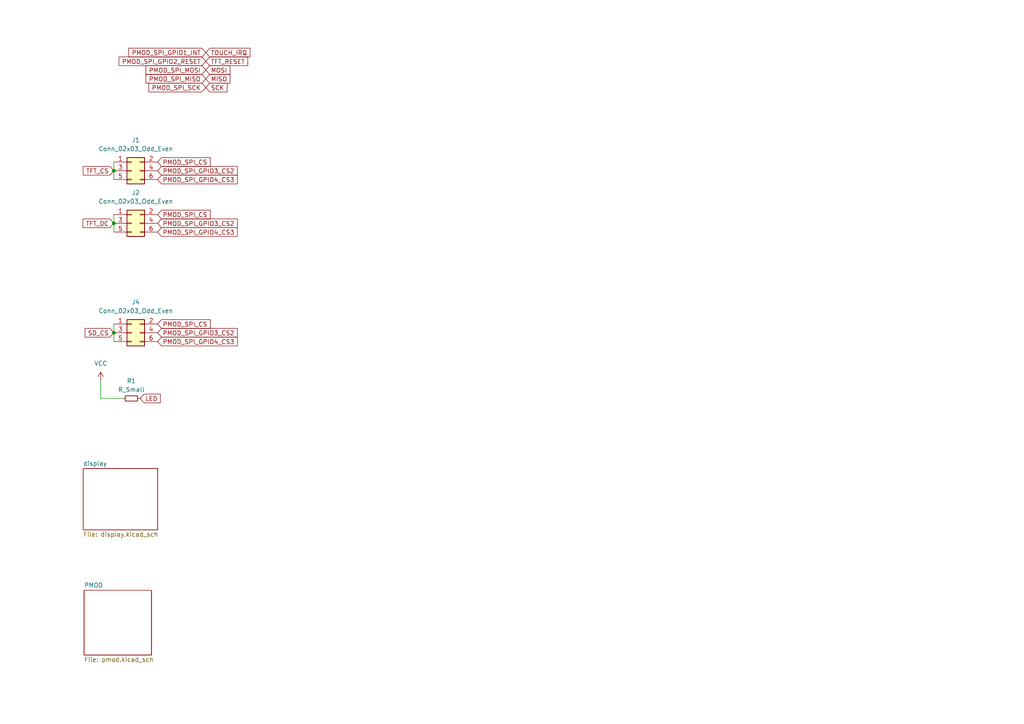
<source format=kicad_sch>
(kicad_sch (version 20230121) (generator eeschema)
  (paper "A4")
  (lib_symbols
    (symbol "Connector_Generic:Conn_02x03_Odd_Even" (pin_names (offset 1.016) hide)
      (property "Reference" "J" (at 1.27 5.08 0))
      (property "Value" "Conn_02x03_Odd_Even" (at 1.27 -5.08 0))
      (symbol "Conn_02x03_Odd_Even_1_1"
        (rectangle (start -1.27 -2.413) (end 0 -2.667) (stroke (width 0.1524)))
        (rectangle (start -1.27 0.127) (end 0 -0.127) (stroke (width 0.1524)))
        (rectangle (start -1.27 2.667) (end 0 2.413) (stroke (width 0.1524)))
        (rectangle (start -1.27 3.81) (end 3.81 -3.81) (stroke (width 0.254)) (fill (type background)))
        (rectangle (start 3.81 -2.413) (end 2.54 -2.667) (stroke (width 0.1524)))
        (rectangle (start 3.81 0.127) (end 2.54 -0.127) (stroke (width 0.1524)))
        (rectangle (start 3.81 2.667) (end 2.54 2.413) (stroke (width 0.1524)))
        (pin passive line (at -5.08 2.54 0) (length 3.81) (name "Pin_1") (number "1"))
        (pin passive line (at 7.62 2.54 180) (length 3.81) (name "Pin_2") (number "2"))
        (pin passive line (at -5.08 0 0) (length 3.81) (name "Pin_3") (number "3"))
        (pin passive line (at 7.62 0 180) (length 3.81) (name "Pin_4") (number "4"))
        (pin passive line (at -5.08 -2.54 0) (length 3.81) (name "Pin_5") (number "5"))
        (pin passive line (at 7.62 -2.54 180) (length 3.81) (name "Pin_6") (number "6"))
      )
    )
    (symbol "Device:R_Small" (pin_numbers hide) (pin_names (offset 0.254) hide)
      (property "Reference" "R" (at 0.762 0.508 0))
      (property "Value" "R_Small" (at 0.762 -1.016 0))
      (symbol "R_Small_0_1"
        (rectangle (start -0.762 1.778) (end 0.762 -1.778) (stroke (width 0.2032)))
      )
      (symbol "R_Small_1_1"
        (pin passive line (at 0 2.54 270) (length 0.762) (name "~") (number "1"))
        (pin passive line (at 0 -2.54 90) (length 0.762) (name "~") (number "2"))
      )
    )
    (symbol "power:VCC" (power) (pin_names (offset 0))
      (property "Value" "VCC" (at 0 3.81 0))
      (symbol "VCC_0_1"
        (polyline (pts (xy -0.762 1.27) (xy 0 2.54)))
        (polyline (pts (xy 0 0) (xy 0 2.54)))
        (polyline (pts (xy 0 2.54) (xy 0.762 1.27)))
      )
      (symbol "VCC_1_1"
        (pin power_in line (at 0 0 90) (length 0) hide (name "VCC") (number "1"))
      )
    )
  )
  (junction (at 33.02 96.52))
  (junction (at 33.02 49.53))
  (junction (at 33.02 64.77))
  (wire (pts (xy 33.02 64.77) (xy 33.02 67.31)))
  (wire (pts (xy 33.02 49.53) (xy 33.02 52.07)))
  (wire (pts (xy 33.02 93.98) (xy 33.02 96.52)))
  (wire (pts (xy 33.02 62.23) (xy 33.02 64.77)))
  (wire (pts (xy 33.02 46.99) (xy 33.02 49.53)))
  (wire (pts (xy 33.02 96.52) (xy 33.02 99.06)))
  (wire (pts (xy 29.21 115.57) (xy 35.56 115.57)))
  (wire (pts (xy 29.21 110.49) (xy 29.21 115.57)))
  (global_label "TFT_DC" (shape input) (at 33.02 64.77 180) (property "Intersheetrefs" "${INTERSHEET_REFS}" (effects hide)))
  (global_label "PMOD_SPI_SCK" (shape input) (at 59.69 25.4 180) (property "Intersheetrefs" "${INTERSHEET_REFS}" (effects hide)) (property "Intersheet-verwijzingen" "${INTERSHEET_REFS}" (effects hide)))
  (global_label "MISO" (shape input) (at 59.69 22.86 0) (property "Intersheetrefs" "${INTERSHEET_REFS}" (effects hide)))
  (global_label "PMOD_SPI_GPIO4_CS3" (shape input) (at 45.72 67.31 0) (property "Intersheetrefs" "${INTERSHEET_REFS}" (effects hide)) (property "Intersheet-verwijzingen" "${INTERSHEET_REFS}" (effects hide)))
  (global_label "PMOD_SPI_CS" (shape input) (at 45.72 62.23 0) (property "Intersheetrefs" "${INTERSHEET_REFS}" (effects hide)) (property "Intersheet-verwijzingen" "${INTERSHEET_REFS}" (effects hide)))
  (global_label "PMOD_SPI_GPIO2_RESET" (shape input) (at 59.69 17.78 180) (property "Intersheetrefs" "${INTERSHEET_REFS}" (effects hide)) (property "Intersheet-verwijzingen" "${INTERSHEET_REFS}" (effects hide)))
  (global_label "PMOD_SPI_CS" (shape input) (at 45.72 93.98 0) (property "Intersheetrefs" "${INTERSHEET_REFS}" (effects hide)) (property "Intersheet-verwijzingen" "${INTERSHEET_REFS}" (effects hide)))
  (global_label "TOUCH_IRQ" (shape input) (at 59.69 15.24 0) (property "Intersheetrefs" "${INTERSHEET_REFS}" (effects hide)))
  (global_label "PMOD_SPI_MISO" (shape input) (at 59.69 22.86 180) (property "Intersheetrefs" "${INTERSHEET_REFS}" (effects hide)) (property "Intersheet-verwijzingen" "${INTERSHEET_REFS}" (effects hide)))
  (global_label "PMOD_SPI_GPIO3_CS2" (shape input) (at 45.72 49.53 0) (property "Intersheetrefs" "${INTERSHEET_REFS}" (effects hide)) (property "Intersheet-verwijzingen" "${INTERSHEET_REFS}" (effects hide)))
  (global_label "SD_CS" (shape input) (at 33.02 96.52 180) (property "Intersheetrefs" "${INTERSHEET_REFS}" (effects hide)))
  (global_label "SCK" (shape input) (at 59.69 25.4 0) (property "Intersheetrefs" "${INTERSHEET_REFS}" (effects hide)))
  (global_label "LED" (shape input) (at 40.64 115.57 0) (property "Intersheetrefs" "${INTERSHEET_REFS}" (effects hide)))
  (global_label "PMOD_SPI_GPIO3_CS2" (shape input) (at 45.72 96.52 0) (property "Intersheetrefs" "${INTERSHEET_REFS}" (effects hide)) (property "Intersheet-verwijzingen" "${INTERSHEET_REFS}" (effects hide)))
  (global_label "PMOD_SPI_GPIO1_INT" (shape input) (at 59.69 15.24 180) (property "Intersheetrefs" "${INTERSHEET_REFS}" (effects hide)) (property "Intersheet-verwijzingen" "${INTERSHEET_REFS}" (effects hide)))
  (global_label "PMOD_SPI_CS" (shape input) (at 45.72 46.99 0) (property "Intersheetrefs" "${INTERSHEET_REFS}" (effects hide)) (property "Intersheet-verwijzingen" "${INTERSHEET_REFS}" (effects hide)))
  (global_label "PMOD_SPI_GPIO4_CS3" (shape input) (at 45.72 99.06 0) (property "Intersheetrefs" "${INTERSHEET_REFS}" (effects hide)) (property "Intersheet-verwijzingen" "${INTERSHEET_REFS}" (effects hide)))
  (global_label "TFT_RESET" (shape input) (at 59.69 17.78 0) (property "Intersheetrefs" "${INTERSHEET_REFS}" (effects hide)))
  (global_label "PMOD_SPI_GPIO3_CS2" (shape input) (at 45.72 64.77 0) (property "Intersheetrefs" "${INTERSHEET_REFS}" (effects hide)) (property "Intersheet-verwijzingen" "${INTERSHEET_REFS}" (effects hide)))
  (global_label "TFT_CS" (shape input) (at 33.02 49.53 180) (property "Intersheetrefs" "${INTERSHEET_REFS}" (effects hide)))
  (global_label "PMOD_SPI_GPIO4_CS3" (shape input) (at 45.72 52.07 0) (property "Intersheetrefs" "${INTERSHEET_REFS}" (effects hide)) (property "Intersheet-verwijzingen" "${INTERSHEET_REFS}" (effects hide)))
  (global_label "PMOD_SPI_MOSI" (shape input) (at 59.69 20.32 180) (property "Intersheetrefs" "${INTERSHEET_REFS}" (effects hide)) (property "Intersheet-verwijzingen" "${INTERSHEET_REFS}" (effects hide)))
  (global_label "MOSI" (shape input) (at 59.69 20.32 0) (property "Intersheetrefs" "${INTERSHEET_REFS}" (effects hide)))
  (symbol (lib_id "Connector_Generic:Conn_02x03_Odd_Even") (at 38.1 96.52 0) (unit 1)
    (property "Reference" "J4" (at 39.37 87.63 0))
    (property "Value" "Conn_02x03_Odd_Even" (at 39.37 90.17 0))
    (property "Footprint" "Connector_PinHeader_2.54mm:PinHeader_2x03_P2.54mm_Vertical" (effects hide))
  )
  (symbol (lib_id "Connector_Generic:Conn_02x03_Odd_Even") (at 38.1 49.53 0) (unit 1)
    (property "Reference" "J1" (at 39.37 40.64 0))
    (property "Value" "Conn_02x03_Odd_Even" (at 39.37 43.18 0))
    (property "Footprint" "Connector_PinHeader_2.54mm:PinHeader_2x03_P2.54mm_Vertical" (effects hide))
  )
  (symbol (lib_id "Device:R_Small") (at 38.1 115.57 90) (unit 1)
    (property "Reference" "R1" (at 38.1 110.49 90))
    (property "Value" "R_Small" (at 38.1 113.03 90))
    (property "Footprint" "Resistor_THT:R_Axial_DIN0207_L6.3mm_D2.5mm_P10.16mm_Horizontal" (effects hide))
  )
  (symbol (lib_id "power:VCC") (at 29.21 110.49 0) (unit 1)
    (property "Reference" "#PWR03" (effects hide))
    (property "Value" "VCC" (at 29.21 105.41 0))
  )
  (symbol (lib_id "Connector_Generic:Conn_02x03_Odd_Even") (at 38.1 64.77 0) (unit 1)
    (property "Reference" "J2" (at 39.37 55.88 0))
    (property "Value" "Conn_02x03_Odd_Even" (at 39.37 58.42 0))
    (property "Footprint" "Connector_PinHeader_2.54mm:PinHeader_2x03_P2.54mm_Vertical" (effects hide))
  )
  (sheet (at 24.384 171.196) (size 19.558 18.796) (stroke (width 0.1524))
    (property "Sheetname" "PMOD" (at 24.384 170.4844 0) (effects (justify left bottom)))
    (property "Sheetfile" "pmod.kicad_sch" (at 24.384 190.5766 0) (effects (justify left top)))
  )
  (sheet (at 24.13 135.89) (size 21.59 17.78) (stroke (width 0.1524))
    (property "Sheetname" "display" (at 24.13 135.1784 0) (effects (justify left bottom)))
    (property "Sheetfile" "display.kicad_sch" (at 24.13 154.2546 0) (effects (justify left top)))
  )
)
</source>
